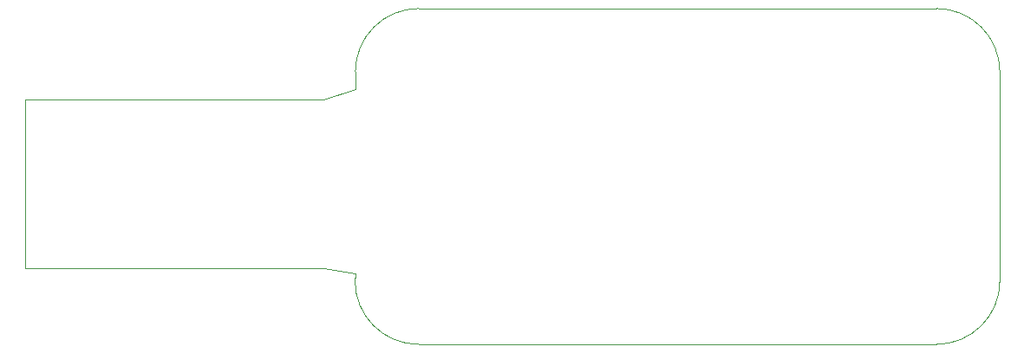
<source format=gbr>
%TF.GenerationSoftware,KiCad,Pcbnew,7.0.8*%
%TF.CreationDate,2023-11-07T16:54:38-08:00*%
%TF.ProjectId,trill-flex-slider,7472696c-6c2d-4666-9c65-782d736c6964,C1*%
%TF.SameCoordinates,Original*%
%TF.FileFunction,Profile,NP*%
%FSLAX46Y46*%
G04 Gerber Fmt 4.6, Leading zero omitted, Abs format (unit mm)*
G04 Created by KiCad (PCBNEW 7.0.8) date 2023-11-07 16:54:38*
%MOMM*%
%LPD*%
G01*
G04 APERTURE LIST*
%TA.AperFunction,Profile*%
%ADD10C,0.050000*%
%TD*%
%TA.AperFunction,Profile*%
%ADD11C,0.120000*%
%TD*%
G04 APERTURE END LIST*
D10*
X109586700Y-88282000D02*
G75*
G03*
X103390100Y-94478600I0J-6196600D01*
G01*
X103363800Y-114952000D02*
G75*
G03*
X109560400Y-121148600I6196600J0D01*
G01*
X166329400Y-94478600D02*
G75*
G03*
X160132800Y-88282000I-6196600J0D01*
G01*
X160132800Y-121148600D02*
G75*
G03*
X166329400Y-114952000I0J6196600D01*
G01*
X103390100Y-114258600D02*
X103363800Y-114952000D01*
X103390100Y-114258600D02*
X103390100Y-114179600D01*
X100239600Y-113692000D02*
X103390100Y-114179600D01*
X166329400Y-94478600D02*
X166329000Y-114952000D01*
X160132800Y-121148600D02*
X109560400Y-121148600D01*
X100265000Y-97182000D02*
X81316600Y-97182000D01*
X100265000Y-97182000D02*
X103390100Y-96179600D01*
X103390100Y-96179600D02*
X103390100Y-94478600D01*
X100239600Y-113692000D02*
X81316600Y-113682000D01*
X109586700Y-88282000D02*
X160132800Y-88282000D01*
D11*
%TO.C,C1*%
X71136600Y-113682000D02*
X71136600Y-97182000D01*
X81316600Y-113682000D02*
X71136600Y-113682000D01*
X81316600Y-97182000D02*
X71136600Y-97182000D01*
%TD*%
M02*

</source>
